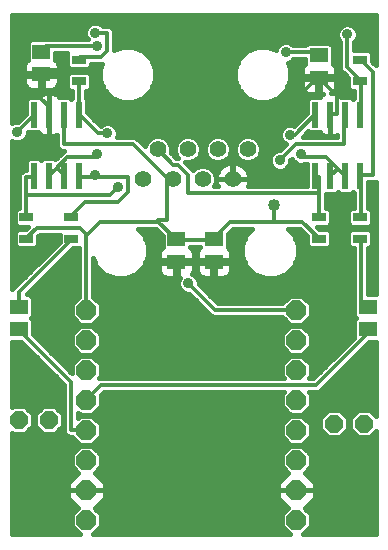
<source format=gtl>
G75*
%MOIN*%
%OFA0B0*%
%FSLAX24Y24*%
%IPPOS*%
%LPD*%
%AMOC8*
5,1,8,0,0,1.08239X$1,22.5*
%
%ADD10C,0.0554*%
%ADD11R,0.0236X0.0866*%
%ADD12R,0.0591X0.0512*%
%ADD13R,0.0472X0.0315*%
%ADD14OC8,0.0594*%
%ADD15OC8,0.0660*%
%ADD16C,0.0160*%
%ADD17C,0.0140*%
%ADD18C,0.0360*%
%ADD19C,0.0400*%
D10*
X004816Y013000D03*
X005816Y013000D03*
X006816Y013000D03*
X007816Y013000D03*
X008316Y014000D03*
X007316Y014000D03*
X006316Y014000D03*
X005316Y014000D03*
D11*
X002691Y013101D03*
X002191Y013101D03*
X001691Y013101D03*
X001191Y013101D03*
X001191Y015149D03*
X001691Y015149D03*
X002191Y015149D03*
X002691Y015149D03*
X010566Y015149D03*
X011066Y015149D03*
X011566Y015149D03*
X012066Y015149D03*
X012066Y013101D03*
X011566Y013101D03*
X011066Y013101D03*
X010566Y013101D03*
D12*
X007191Y010999D03*
X005941Y010999D03*
X005941Y010251D03*
X007191Y010251D03*
X012316Y008749D03*
X012316Y008001D03*
X000691Y008001D03*
X000691Y008749D03*
X010691Y016376D03*
X010691Y017124D03*
X001441Y017249D03*
X001441Y016501D03*
D13*
X002691Y016271D03*
X002691Y016979D03*
X012066Y016979D03*
X012066Y016271D03*
X012066Y011729D03*
X010691Y011729D03*
X010691Y011021D03*
X012066Y011021D03*
X002441Y011021D03*
X002441Y011729D03*
X000941Y011729D03*
X000941Y011021D03*
D14*
X000691Y004975D03*
X001691Y004975D03*
X011191Y004850D03*
X012191Y004850D03*
D15*
X009941Y004625D03*
X009941Y003625D03*
X009941Y002625D03*
X009941Y001625D03*
X002941Y001625D03*
X002941Y002625D03*
X002941Y003625D03*
X002941Y004625D03*
X002941Y005625D03*
X002941Y006625D03*
X002941Y007625D03*
X002941Y008625D03*
X009941Y008625D03*
X009941Y007625D03*
X009941Y006625D03*
X009941Y005625D03*
D16*
X000471Y004549D02*
X000471Y001155D01*
X002718Y001155D01*
X002451Y001422D01*
X002451Y001828D01*
X002663Y002040D01*
X002331Y002372D01*
X002331Y002625D01*
X002941Y002625D01*
X003551Y002625D01*
X003551Y002878D01*
X003219Y003210D01*
X003431Y003422D01*
X003431Y003828D01*
X003144Y004115D01*
X002738Y004115D01*
X002451Y003828D01*
X002451Y003422D01*
X002663Y003210D01*
X002331Y002878D01*
X002331Y002625D01*
X002941Y002625D01*
X002941Y002625D01*
X003551Y002625D01*
X003551Y002372D01*
X003219Y002040D01*
X003431Y001828D01*
X003431Y001422D01*
X003164Y001155D01*
X009718Y001155D01*
X009451Y001422D01*
X009451Y001828D01*
X009663Y002040D01*
X009331Y002372D01*
X009331Y002625D01*
X009941Y002625D01*
X010551Y002625D01*
X010551Y002878D01*
X010219Y003210D01*
X010431Y003422D01*
X010431Y003828D01*
X010144Y004115D01*
X009738Y004115D01*
X009451Y003828D01*
X009451Y003422D01*
X009663Y003210D01*
X009331Y002878D01*
X009331Y002625D01*
X009941Y002625D01*
X009941Y002625D01*
X010551Y002625D01*
X010551Y002372D01*
X010219Y002040D01*
X010431Y001828D01*
X010431Y001422D01*
X010164Y001155D01*
X012597Y001155D01*
X012597Y004610D01*
X012380Y004393D01*
X012002Y004393D01*
X011734Y004661D01*
X011734Y005039D01*
X012002Y005307D01*
X012380Y005307D01*
X012597Y005090D01*
X012597Y007585D01*
X012376Y007585D01*
X010821Y006030D01*
X010686Y005895D01*
X010364Y005895D01*
X010431Y005828D01*
X010431Y005422D01*
X010144Y005135D01*
X009738Y005135D01*
X009451Y005422D01*
X009451Y005828D01*
X009518Y005895D01*
X003536Y005895D01*
X003431Y005790D01*
X003431Y005422D01*
X003144Y005135D01*
X002738Y005135D01*
X002671Y005202D01*
X002671Y005048D01*
X002738Y005115D01*
X003144Y005115D01*
X003431Y004828D01*
X003431Y004422D01*
X003144Y004135D01*
X002738Y004135D01*
X002478Y004395D01*
X002346Y004395D01*
X002211Y004530D01*
X002211Y006130D01*
X000755Y007585D01*
X000471Y007585D01*
X000471Y005401D01*
X000502Y005432D01*
X000880Y005432D01*
X001148Y005164D01*
X001148Y004786D01*
X000880Y004518D01*
X000502Y004518D01*
X000471Y004549D01*
X000471Y004521D02*
X000499Y004521D01*
X000471Y004362D02*
X002511Y004362D01*
X002669Y004204D02*
X000471Y004204D01*
X000471Y004045D02*
X002668Y004045D01*
X002509Y003887D02*
X000471Y003887D01*
X000471Y003728D02*
X002451Y003728D01*
X002451Y003570D02*
X000471Y003570D01*
X000471Y003411D02*
X002462Y003411D01*
X002620Y003253D02*
X000471Y003253D01*
X000471Y003094D02*
X002547Y003094D01*
X002389Y002936D02*
X000471Y002936D01*
X000471Y002777D02*
X002331Y002777D01*
X002331Y002619D02*
X000471Y002619D01*
X000471Y002460D02*
X002331Y002460D01*
X002402Y002302D02*
X000471Y002302D01*
X000471Y002143D02*
X002560Y002143D01*
X002607Y001985D02*
X000471Y001985D01*
X000471Y001826D02*
X002451Y001826D01*
X002451Y001668D02*
X000471Y001668D01*
X000471Y001509D02*
X002451Y001509D01*
X002522Y001351D02*
X000471Y001351D01*
X000471Y001192D02*
X002681Y001192D01*
X003201Y001192D02*
X009681Y001192D01*
X009522Y001351D02*
X003359Y001351D01*
X003431Y001509D02*
X009451Y001509D01*
X009451Y001668D02*
X003431Y001668D01*
X003431Y001826D02*
X009451Y001826D01*
X009607Y001985D02*
X003274Y001985D01*
X003321Y002143D02*
X009560Y002143D01*
X009402Y002302D02*
X003480Y002302D01*
X003551Y002460D02*
X009331Y002460D01*
X009331Y002619D02*
X003551Y002619D01*
X003551Y002777D02*
X009331Y002777D01*
X009389Y002936D02*
X003493Y002936D01*
X003334Y003094D02*
X009547Y003094D01*
X009620Y003253D02*
X003261Y003253D01*
X003420Y003411D02*
X009462Y003411D01*
X009451Y003570D02*
X003431Y003570D01*
X003431Y003728D02*
X009451Y003728D01*
X009509Y003887D02*
X003372Y003887D01*
X003214Y004045D02*
X009668Y004045D01*
X009738Y004135D02*
X010144Y004135D01*
X010431Y004422D01*
X010431Y004828D01*
X010144Y005115D01*
X009738Y005115D01*
X009451Y004828D01*
X009451Y004422D01*
X009738Y004135D01*
X009669Y004204D02*
X003212Y004204D01*
X003371Y004362D02*
X009511Y004362D01*
X009451Y004521D02*
X003431Y004521D01*
X003431Y004679D02*
X009451Y004679D01*
X009460Y004838D02*
X003421Y004838D01*
X003263Y004996D02*
X009619Y004996D01*
X009718Y005155D02*
X003163Y005155D01*
X003322Y005313D02*
X009560Y005313D01*
X009451Y005472D02*
X003431Y005472D01*
X003431Y005630D02*
X009451Y005630D01*
X009451Y005789D02*
X003431Y005789D01*
X003364Y006355D02*
X003431Y006422D01*
X003431Y006828D01*
X003144Y007115D01*
X002738Y007115D01*
X002451Y006828D01*
X002451Y006540D01*
X001146Y007845D01*
X001146Y008323D01*
X001094Y008375D01*
X001146Y008427D01*
X001146Y009071D01*
X001052Y009165D01*
X000956Y009165D01*
X002494Y010703D01*
X002711Y010703D01*
X002711Y009088D01*
X002451Y008828D01*
X002451Y008422D01*
X002738Y008135D01*
X003144Y008135D01*
X003431Y008422D01*
X003431Y008828D01*
X003171Y009088D01*
X003171Y010356D01*
X003277Y010098D01*
X003539Y009837D01*
X003881Y009695D01*
X004251Y009695D01*
X004593Y009837D01*
X004854Y010098D01*
X004996Y010440D01*
X004996Y010810D01*
X004854Y011152D01*
X004661Y011345D01*
X005246Y011345D01*
X005486Y011105D01*
X005486Y010737D01*
X005467Y010724D01*
X005428Y010685D01*
X005397Y010640D01*
X005376Y010589D01*
X005366Y010534D01*
X005366Y010299D01*
X005893Y010299D01*
X005893Y010203D01*
X005989Y010203D01*
X005989Y010299D01*
X006516Y010299D01*
X006516Y010534D01*
X006505Y010589D01*
X006484Y010640D01*
X006454Y010685D01*
X006415Y010724D01*
X006396Y010737D01*
X006396Y010745D01*
X006736Y010745D01*
X006736Y010737D01*
X006717Y010724D01*
X006678Y010685D01*
X006647Y010640D01*
X006626Y010589D01*
X006616Y010534D01*
X006616Y010299D01*
X007143Y010299D01*
X007143Y010203D01*
X007239Y010203D01*
X007239Y010299D01*
X007766Y010299D01*
X007766Y010534D01*
X007755Y010589D01*
X007734Y010640D01*
X007704Y010685D01*
X007665Y010724D01*
X007646Y010737D01*
X007646Y011155D01*
X007836Y011345D01*
X008471Y011345D01*
X008277Y011152D01*
X008136Y010810D01*
X008136Y010440D01*
X008277Y010098D01*
X008539Y009837D01*
X008881Y009695D01*
X009251Y009695D01*
X009593Y009837D01*
X009854Y010098D01*
X009996Y010440D01*
X009996Y010810D01*
X009854Y011152D01*
X009661Y011345D01*
X010046Y011345D01*
X010295Y011096D01*
X010295Y010797D01*
X010388Y010703D01*
X010993Y010703D01*
X011087Y010797D01*
X011087Y011244D01*
X010993Y011338D01*
X010703Y011338D01*
X010629Y011412D01*
X010993Y011412D01*
X011087Y011506D01*
X011087Y011953D01*
X010993Y012047D01*
X010921Y012047D01*
X010921Y012508D01*
X011250Y012508D01*
X011316Y012574D01*
X011381Y012508D01*
X011750Y012508D01*
X011816Y012574D01*
X011861Y012529D01*
X011861Y012047D01*
X011763Y012047D01*
X011670Y011953D01*
X011670Y011506D01*
X011763Y011412D01*
X012368Y011412D01*
X012462Y011506D01*
X012462Y011953D01*
X012368Y012047D01*
X012321Y012047D01*
X012321Y012579D01*
X012344Y012602D01*
X012344Y012895D01*
X012586Y012895D01*
X012597Y012906D01*
X012597Y009165D01*
X012321Y009165D01*
X012321Y010703D01*
X012368Y010703D01*
X012462Y010797D01*
X012462Y011244D01*
X012368Y011338D01*
X011763Y011338D01*
X011670Y011244D01*
X011670Y010797D01*
X011763Y010703D01*
X011861Y010703D01*
X011861Y009071D01*
X011861Y009071D01*
X011861Y008427D01*
X011912Y008375D01*
X011861Y008323D01*
X011861Y007720D01*
X010496Y006355D01*
X010364Y006355D01*
X010431Y006422D01*
X010431Y006828D01*
X010144Y007115D01*
X009738Y007115D01*
X009451Y006828D01*
X009451Y006422D01*
X009518Y006355D01*
X003364Y006355D01*
X003431Y006423D02*
X009451Y006423D01*
X009451Y006581D02*
X003431Y006581D01*
X003431Y006740D02*
X009451Y006740D01*
X009521Y006898D02*
X003361Y006898D01*
X003202Y007057D02*
X009679Y007057D01*
X009738Y007135D02*
X010144Y007135D01*
X010431Y007422D01*
X010431Y007828D01*
X010144Y008115D01*
X009738Y008115D01*
X009451Y007828D01*
X009451Y007422D01*
X009738Y007135D01*
X009658Y007215D02*
X003224Y007215D01*
X003144Y007135D02*
X003431Y007422D01*
X003431Y007828D01*
X003144Y008115D01*
X002738Y008115D01*
X002451Y007828D01*
X002451Y007422D01*
X002738Y007135D01*
X003144Y007135D01*
X003382Y007374D02*
X009499Y007374D01*
X009451Y007532D02*
X003431Y007532D01*
X003431Y007691D02*
X009451Y007691D01*
X009472Y007849D02*
X003410Y007849D01*
X003251Y008008D02*
X009630Y008008D01*
X009738Y008135D02*
X010144Y008135D01*
X010431Y008422D01*
X010431Y008828D01*
X010144Y009115D01*
X009738Y009115D01*
X009478Y008855D01*
X007336Y008855D01*
X006681Y009510D01*
X006681Y009593D01*
X006629Y009718D01*
X006533Y009813D01*
X006469Y009840D01*
X006484Y009862D01*
X006505Y009913D01*
X006516Y009968D01*
X006516Y010203D01*
X005989Y010203D01*
X005989Y009715D01*
X006052Y009715D01*
X006001Y009593D01*
X006001Y009457D01*
X006053Y009332D01*
X006148Y009237D01*
X006273Y009185D01*
X006356Y009185D01*
X007011Y008530D01*
X007146Y008395D01*
X009478Y008395D01*
X009738Y008135D01*
X009707Y008166D02*
X003175Y008166D01*
X003333Y008325D02*
X009548Y008325D01*
X010175Y008166D02*
X011861Y008166D01*
X011861Y008008D02*
X010251Y008008D01*
X010410Y007849D02*
X011861Y007849D01*
X011831Y007691D02*
X010431Y007691D01*
X010431Y007532D02*
X011673Y007532D01*
X011514Y007374D02*
X010382Y007374D01*
X010224Y007215D02*
X011356Y007215D01*
X011197Y007057D02*
X010202Y007057D01*
X010361Y006898D02*
X011039Y006898D01*
X010880Y006740D02*
X010431Y006740D01*
X010431Y006581D02*
X010722Y006581D01*
X010563Y006423D02*
X010431Y006423D01*
X010897Y006106D02*
X012597Y006106D01*
X012597Y006264D02*
X011055Y006264D01*
X011214Y006423D02*
X012597Y006423D01*
X012597Y006581D02*
X011372Y006581D01*
X011531Y006740D02*
X012597Y006740D01*
X012597Y006898D02*
X011689Y006898D01*
X011848Y007057D02*
X012597Y007057D01*
X012597Y007215D02*
X012006Y007215D01*
X012165Y007374D02*
X012597Y007374D01*
X012597Y007532D02*
X012323Y007532D01*
X011862Y008325D02*
X010333Y008325D01*
X010431Y008483D02*
X011861Y008483D01*
X011861Y008642D02*
X010431Y008642D01*
X010431Y008800D02*
X011861Y008800D01*
X011861Y008959D02*
X010300Y008959D01*
X009581Y008959D02*
X007233Y008959D01*
X007074Y009117D02*
X011861Y009117D01*
X011861Y009276D02*
X006916Y009276D01*
X006757Y009434D02*
X011861Y009434D01*
X011861Y009593D02*
X006681Y009593D01*
X006763Y009747D02*
X006814Y009726D01*
X006868Y009715D01*
X007143Y009715D01*
X007143Y010203D01*
X006616Y010203D01*
X006616Y009968D01*
X006626Y009913D01*
X006647Y009862D01*
X006678Y009817D01*
X006717Y009778D01*
X006763Y009747D01*
X006757Y009751D02*
X006596Y009751D01*
X006628Y009910D02*
X006504Y009910D01*
X006516Y010068D02*
X006616Y010068D01*
X007143Y010227D02*
X005989Y010227D01*
X005893Y010227D02*
X004907Y010227D01*
X004973Y010385D02*
X005366Y010385D01*
X005367Y010544D02*
X004996Y010544D01*
X004996Y010702D02*
X005445Y010702D01*
X005486Y010861D02*
X004975Y010861D01*
X004909Y011019D02*
X005486Y011019D01*
X005413Y011178D02*
X004828Y011178D01*
X004670Y011336D02*
X005255Y011336D01*
X006437Y010702D02*
X006695Y010702D01*
X006617Y010544D02*
X006514Y010544D01*
X006516Y010385D02*
X006616Y010385D01*
X005893Y010203D02*
X005893Y009715D01*
X005618Y009715D01*
X005564Y009726D01*
X005513Y009747D01*
X005467Y009778D01*
X005428Y009817D01*
X005397Y009862D01*
X005376Y009913D01*
X005366Y009968D01*
X005366Y010203D01*
X005893Y010203D01*
X005893Y010068D02*
X005989Y010068D01*
X005989Y009910D02*
X005893Y009910D01*
X005893Y009751D02*
X005989Y009751D01*
X006001Y009593D02*
X003171Y009593D01*
X003171Y009751D02*
X003746Y009751D01*
X003466Y009910D02*
X003171Y009910D01*
X003171Y010068D02*
X003308Y010068D01*
X003224Y010227D02*
X003171Y010227D01*
X002711Y010227D02*
X002018Y010227D01*
X002176Y010385D02*
X002711Y010385D01*
X002711Y010544D02*
X002335Y010544D01*
X002493Y010702D02*
X002711Y010702D01*
X002045Y010904D02*
X002045Y011145D01*
X001386Y011145D01*
X001337Y011096D01*
X001337Y010797D01*
X001243Y010703D01*
X000638Y010703D01*
X000545Y010797D01*
X000545Y011244D01*
X000638Y011338D01*
X000929Y011338D01*
X001002Y011412D01*
X000638Y011412D01*
X000545Y011506D01*
X000545Y011953D01*
X000638Y012047D01*
X000711Y012047D01*
X000711Y013170D01*
X000846Y013305D01*
X000913Y013305D01*
X000913Y013601D01*
X001006Y013694D01*
X001375Y013694D01*
X001441Y013629D01*
X001506Y013694D01*
X001875Y013694D01*
X001905Y013665D01*
X002186Y013945D01*
X002096Y013945D01*
X001961Y014080D01*
X001961Y014480D01*
X001942Y014467D01*
X001891Y014446D01*
X001836Y014436D01*
X001691Y014436D01*
X001691Y015149D01*
X001691Y015149D01*
X001691Y015862D01*
X001836Y015862D01*
X001891Y015851D01*
X001942Y015830D01*
X001987Y015799D01*
X002026Y015760D01*
X002039Y015742D01*
X002375Y015742D01*
X002441Y015676D01*
X002461Y015696D01*
X002461Y015953D01*
X002388Y015953D01*
X002295Y016047D01*
X002295Y016494D01*
X002388Y016588D01*
X002993Y016588D01*
X003087Y016494D01*
X003087Y016047D01*
X002993Y015953D01*
X002921Y015953D01*
X002921Y015696D01*
X002969Y015648D01*
X002969Y015222D01*
X003413Y014778D01*
X003448Y014813D01*
X003573Y014865D01*
X003708Y014865D01*
X003833Y014813D01*
X003929Y014718D01*
X003981Y014593D01*
X003981Y014457D01*
X003959Y014405D01*
X004586Y014405D01*
X004886Y014105D01*
X004945Y014248D01*
X005068Y014371D01*
X005229Y014437D01*
X005403Y014437D01*
X005563Y014371D01*
X005686Y014248D01*
X005753Y014087D01*
X005753Y013913D01*
X005746Y013895D01*
X005936Y013705D01*
X005993Y013705D01*
X005945Y013752D01*
X005879Y013913D01*
X005879Y014087D01*
X005945Y014248D01*
X006068Y014371D01*
X006229Y014437D01*
X006403Y014437D01*
X006563Y014371D01*
X006686Y014248D01*
X006753Y014087D01*
X006753Y013913D01*
X006686Y013752D01*
X006563Y013629D01*
X006403Y013563D01*
X006229Y013563D01*
X006228Y013563D01*
X006436Y013355D01*
X006494Y013297D01*
X006568Y013371D01*
X006729Y013437D01*
X006903Y013437D01*
X007063Y013371D01*
X007186Y013248D01*
X007253Y013087D01*
X007253Y012913D01*
X007187Y012755D01*
X007315Y012755D01*
X007299Y012786D01*
X007272Y012870D01*
X007259Y012956D01*
X007259Y012991D01*
X007807Y012991D01*
X007807Y013009D01*
X007807Y013557D01*
X007772Y013557D01*
X007685Y013543D01*
X007602Y013516D01*
X007524Y013477D01*
X007453Y013425D01*
X007391Y013363D01*
X007339Y013292D01*
X007299Y013214D01*
X007272Y013130D01*
X007259Y013044D01*
X007259Y013009D01*
X007807Y013009D01*
X007824Y013009D01*
X007824Y013557D01*
X007860Y013557D01*
X007946Y013543D01*
X008030Y013516D01*
X008108Y013477D01*
X008179Y013425D01*
X008241Y013363D01*
X008292Y013292D01*
X008332Y013214D01*
X008359Y013130D01*
X008373Y013044D01*
X008373Y013009D01*
X007824Y013009D01*
X007824Y012991D01*
X008373Y012991D01*
X008373Y012956D01*
X008359Y012870D01*
X008332Y012786D01*
X008316Y012755D01*
X010288Y012755D01*
X010288Y013495D01*
X010183Y013495D01*
X010158Y013485D01*
X010023Y013485D01*
X009898Y013537D01*
X009803Y013632D01*
X009779Y013688D01*
X009731Y013640D01*
X009731Y013557D01*
X009679Y013432D01*
X009583Y013337D01*
X009458Y013285D01*
X009323Y013285D01*
X009198Y013337D01*
X009103Y013432D01*
X009051Y013557D01*
X009051Y013693D01*
X009103Y013818D01*
X009198Y013913D01*
X009323Y013965D01*
X009406Y013965D01*
X009604Y014164D01*
X009548Y014187D01*
X009453Y014282D01*
X009401Y014407D01*
X009401Y014543D01*
X009453Y014668D01*
X009548Y014763D01*
X009673Y014815D01*
X009808Y014815D01*
X009877Y014787D01*
X010288Y015197D01*
X010288Y015648D01*
X010381Y015742D01*
X010718Y015742D01*
X010730Y015760D01*
X010769Y015799D01*
X010815Y015830D01*
X010840Y015840D01*
X010739Y015840D01*
X010739Y016328D01*
X010739Y016424D01*
X011266Y016424D01*
X011266Y016659D01*
X011255Y016714D01*
X011234Y016765D01*
X011204Y016810D01*
X011165Y016849D01*
X011146Y016862D01*
X011146Y017446D01*
X011052Y017540D01*
X010329Y017540D01*
X010244Y017455D01*
X009842Y017455D01*
X009783Y017513D01*
X009658Y017565D01*
X009523Y017565D01*
X009398Y017513D01*
X009303Y017418D01*
X009259Y017312D01*
X008999Y017420D01*
X008633Y017420D01*
X008295Y017280D01*
X008036Y017021D01*
X007896Y016683D01*
X007896Y016317D01*
X008036Y015979D01*
X008295Y015720D01*
X008633Y015580D01*
X008999Y015580D01*
X009337Y015720D01*
X009596Y015979D01*
X009736Y016317D01*
X009736Y016683D01*
X009652Y016885D01*
X009658Y016885D01*
X009783Y016937D01*
X009842Y016995D01*
X010236Y016995D01*
X010236Y016862D01*
X010217Y016849D01*
X010178Y016810D01*
X010147Y016765D01*
X010126Y016714D01*
X010116Y016659D01*
X010116Y016424D01*
X010643Y016424D01*
X010643Y016328D01*
X010739Y016328D01*
X011266Y016328D01*
X011266Y016093D01*
X011255Y016038D01*
X011234Y015987D01*
X011204Y015942D01*
X011165Y015903D01*
X011119Y015872D01*
X011094Y015862D01*
X011211Y015862D01*
X011266Y015851D01*
X011317Y015830D01*
X011362Y015799D01*
X011401Y015760D01*
X011414Y015742D01*
X011750Y015742D01*
X011816Y015676D01*
X011861Y015721D01*
X011861Y015953D01*
X011763Y015953D01*
X011670Y016047D01*
X011670Y016371D01*
X011546Y016495D01*
X011411Y016630D01*
X011411Y017574D01*
X011353Y017632D01*
X011301Y017757D01*
X011301Y017893D01*
X011353Y018018D01*
X011448Y018113D01*
X011573Y018165D01*
X011708Y018165D01*
X011833Y018113D01*
X011929Y018018D01*
X011981Y017893D01*
X011981Y017757D01*
X011929Y017632D01*
X011871Y017574D01*
X011871Y017297D01*
X012368Y017297D01*
X012462Y017203D01*
X012462Y016929D01*
X012586Y016805D01*
X012597Y016794D01*
X012597Y018456D01*
X000471Y018456D01*
X000471Y014873D01*
X000573Y014915D01*
X000656Y014915D01*
X000913Y015172D01*
X000913Y015648D01*
X001006Y015742D01*
X001343Y015742D01*
X001355Y015760D01*
X001394Y015799D01*
X001440Y015830D01*
X001491Y015851D01*
X001545Y015862D01*
X001691Y015862D01*
X001691Y015149D01*
X001691Y015149D01*
X001691Y014436D01*
X001545Y014436D01*
X001491Y014446D01*
X001440Y014467D01*
X001394Y014498D01*
X001355Y014537D01*
X001343Y014556D01*
X001006Y014556D01*
X000981Y014581D01*
X000981Y014507D01*
X000929Y014382D01*
X000833Y014287D01*
X000708Y014235D01*
X000573Y014235D01*
X000471Y014277D01*
X000471Y009330D01*
X000596Y009455D01*
X002045Y010904D01*
X002001Y010861D02*
X001337Y010861D01*
X001337Y011019D02*
X002045Y011019D01*
X001843Y010702D02*
X000471Y010702D01*
X000471Y010544D02*
X001684Y010544D01*
X001526Y010385D02*
X000471Y010385D01*
X000471Y010227D02*
X001367Y010227D01*
X001209Y010068D02*
X000471Y010068D01*
X000471Y009910D02*
X001050Y009910D01*
X000892Y009751D02*
X000471Y009751D01*
X000471Y009593D02*
X000733Y009593D01*
X000575Y009434D02*
X000471Y009434D01*
X001067Y009276D02*
X002711Y009276D01*
X002711Y009434D02*
X001225Y009434D01*
X001384Y009593D02*
X002711Y009593D01*
X002711Y009751D02*
X001542Y009751D01*
X001701Y009910D02*
X002711Y009910D01*
X002711Y010068D02*
X001859Y010068D01*
X003171Y009434D02*
X006010Y009434D01*
X006109Y009276D02*
X003171Y009276D01*
X003171Y009117D02*
X006424Y009117D01*
X006582Y008959D02*
X003300Y008959D01*
X003431Y008800D02*
X006741Y008800D01*
X006899Y008642D02*
X003431Y008642D01*
X003431Y008483D02*
X007058Y008483D01*
X007239Y009715D02*
X007514Y009715D01*
X007568Y009726D01*
X007619Y009747D01*
X007665Y009778D01*
X007704Y009817D01*
X007734Y009862D01*
X007755Y009913D01*
X007766Y009968D01*
X007766Y010203D01*
X007239Y010203D01*
X007239Y009715D01*
X007239Y009751D02*
X007143Y009751D01*
X007143Y009910D02*
X007239Y009910D01*
X007239Y010068D02*
X007143Y010068D01*
X007239Y010227D02*
X008224Y010227D01*
X008159Y010385D02*
X007766Y010385D01*
X007764Y010544D02*
X008136Y010544D01*
X008136Y010702D02*
X007687Y010702D01*
X007646Y010861D02*
X008157Y010861D01*
X008222Y011019D02*
X007646Y011019D01*
X007669Y011178D02*
X008303Y011178D01*
X008462Y011336D02*
X007827Y011336D01*
X009670Y011336D02*
X010055Y011336D01*
X010213Y011178D02*
X009828Y011178D01*
X009909Y011019D02*
X010295Y011019D01*
X010295Y010861D02*
X009975Y010861D01*
X009996Y010702D02*
X011861Y010702D01*
X011861Y010544D02*
X009996Y010544D01*
X009973Y010385D02*
X011861Y010385D01*
X011861Y010227D02*
X009907Y010227D01*
X009824Y010068D02*
X011861Y010068D01*
X011861Y009910D02*
X009666Y009910D01*
X009386Y009751D02*
X011861Y009751D01*
X012321Y009751D02*
X012597Y009751D01*
X012597Y009593D02*
X012321Y009593D01*
X012321Y009434D02*
X012597Y009434D01*
X012597Y009276D02*
X012321Y009276D01*
X012321Y009910D02*
X012597Y009910D01*
X012597Y010068D02*
X012321Y010068D01*
X012321Y010227D02*
X012597Y010227D01*
X012597Y010385D02*
X012321Y010385D01*
X012321Y010544D02*
X012597Y010544D01*
X012597Y010702D02*
X012321Y010702D01*
X012462Y010861D02*
X012597Y010861D01*
X012597Y011019D02*
X012462Y011019D01*
X012462Y011178D02*
X012597Y011178D01*
X012597Y011336D02*
X012370Y011336D01*
X012451Y011495D02*
X012597Y011495D01*
X012597Y011653D02*
X012462Y011653D01*
X012462Y011812D02*
X012597Y011812D01*
X012597Y011970D02*
X012445Y011970D01*
X012321Y012129D02*
X012597Y012129D01*
X012597Y012287D02*
X012321Y012287D01*
X012321Y012446D02*
X012597Y012446D01*
X012597Y012604D02*
X012344Y012604D01*
X012344Y012763D02*
X012597Y012763D01*
X011861Y012446D02*
X010921Y012446D01*
X010921Y012287D02*
X011861Y012287D01*
X011861Y012129D02*
X010921Y012129D01*
X011070Y011970D02*
X011686Y011970D01*
X011670Y011812D02*
X011087Y011812D01*
X011087Y011653D02*
X011670Y011653D01*
X011681Y011495D02*
X011076Y011495D01*
X010995Y011336D02*
X011761Y011336D01*
X011670Y011178D02*
X011087Y011178D01*
X011087Y011019D02*
X011670Y011019D01*
X011670Y010861D02*
X011087Y010861D01*
X008746Y009751D02*
X007625Y009751D01*
X007754Y009910D02*
X008466Y009910D01*
X008308Y010068D02*
X007766Y010068D01*
X005507Y009751D02*
X004386Y009751D01*
X004666Y009910D02*
X005378Y009910D01*
X005366Y010068D02*
X004824Y010068D01*
X002711Y009117D02*
X001100Y009117D01*
X001146Y008959D02*
X002581Y008959D01*
X002451Y008800D02*
X001146Y008800D01*
X001146Y008642D02*
X002451Y008642D01*
X002451Y008483D02*
X001146Y008483D01*
X001145Y008325D02*
X002548Y008325D01*
X002707Y008166D02*
X001146Y008166D01*
X001146Y008008D02*
X002630Y008008D01*
X002472Y007849D02*
X001146Y007849D01*
X001301Y007691D02*
X002451Y007691D01*
X002451Y007532D02*
X001459Y007532D01*
X001618Y007374D02*
X002499Y007374D01*
X002658Y007215D02*
X001776Y007215D01*
X001935Y007057D02*
X002679Y007057D01*
X002521Y006898D02*
X002093Y006898D01*
X002252Y006740D02*
X002451Y006740D01*
X002451Y006581D02*
X002410Y006581D01*
X001918Y006423D02*
X000471Y006423D01*
X000471Y006581D02*
X001760Y006581D01*
X001601Y006740D02*
X000471Y006740D01*
X000471Y006898D02*
X001443Y006898D01*
X001284Y007057D02*
X000471Y007057D01*
X000471Y007215D02*
X001126Y007215D01*
X000967Y007374D02*
X000471Y007374D01*
X000471Y007532D02*
X000809Y007532D01*
X000471Y006264D02*
X002077Y006264D01*
X002211Y006106D02*
X000471Y006106D01*
X000471Y005947D02*
X002211Y005947D01*
X002211Y005789D02*
X000471Y005789D01*
X000471Y005630D02*
X002211Y005630D01*
X002211Y005472D02*
X000471Y005472D01*
X000999Y005313D02*
X001383Y005313D01*
X001502Y005432D02*
X001234Y005164D01*
X001234Y004786D01*
X001502Y004518D01*
X001880Y004518D01*
X002148Y004786D01*
X002148Y005164D01*
X001880Y005432D01*
X001502Y005432D01*
X001234Y005155D02*
X001148Y005155D01*
X001148Y004996D02*
X001234Y004996D01*
X001234Y004838D02*
X001148Y004838D01*
X001041Y004679D02*
X001341Y004679D01*
X001499Y004521D02*
X000882Y004521D01*
X001882Y004521D02*
X002220Y004521D01*
X002211Y004679D02*
X002041Y004679D01*
X002148Y004838D02*
X002211Y004838D01*
X002211Y004996D02*
X002148Y004996D01*
X002148Y005155D02*
X002211Y005155D01*
X002211Y005313D02*
X001999Y005313D01*
X002671Y005155D02*
X002718Y005155D01*
X002941Y002625D02*
X002941Y002625D01*
X009941Y002625D02*
X009941Y002625D01*
X010551Y002619D02*
X012597Y002619D01*
X012597Y002777D02*
X010551Y002777D01*
X010493Y002936D02*
X012597Y002936D01*
X012597Y003094D02*
X010334Y003094D01*
X010261Y003253D02*
X012597Y003253D01*
X012597Y003411D02*
X010420Y003411D01*
X010431Y003570D02*
X012597Y003570D01*
X012597Y003728D02*
X010431Y003728D01*
X010372Y003887D02*
X012597Y003887D01*
X012597Y004045D02*
X010214Y004045D01*
X010212Y004204D02*
X012597Y004204D01*
X012597Y004362D02*
X010371Y004362D01*
X010431Y004521D02*
X010874Y004521D01*
X011002Y004393D02*
X011380Y004393D01*
X011648Y004661D01*
X011648Y005039D01*
X011380Y005307D01*
X011002Y005307D01*
X010734Y005039D01*
X010734Y004661D01*
X011002Y004393D01*
X010734Y004679D02*
X010431Y004679D01*
X010421Y004838D02*
X010734Y004838D01*
X010734Y004996D02*
X010263Y004996D01*
X010163Y005155D02*
X010849Y005155D01*
X010431Y005472D02*
X012597Y005472D01*
X012597Y005630D02*
X010431Y005630D01*
X010431Y005789D02*
X012597Y005789D01*
X012597Y005947D02*
X010738Y005947D01*
X010322Y005313D02*
X012597Y005313D01*
X012597Y005155D02*
X012532Y005155D01*
X011849Y005155D02*
X011532Y005155D01*
X011648Y004996D02*
X011734Y004996D01*
X011734Y004838D02*
X011648Y004838D01*
X011648Y004679D02*
X011734Y004679D01*
X011874Y004521D02*
X011507Y004521D01*
X012507Y004521D02*
X012597Y004521D01*
X012597Y002460D02*
X010551Y002460D01*
X010480Y002302D02*
X012597Y002302D01*
X012597Y002143D02*
X010321Y002143D01*
X010274Y001985D02*
X012597Y001985D01*
X012597Y001826D02*
X010431Y001826D01*
X010431Y001668D02*
X012597Y001668D01*
X012597Y001509D02*
X010431Y001509D01*
X010359Y001351D02*
X012597Y001351D01*
X012597Y001192D02*
X010201Y001192D01*
X000545Y010861D02*
X000471Y010861D01*
X000471Y011019D02*
X000545Y011019D01*
X000545Y011178D02*
X000471Y011178D01*
X000471Y011336D02*
X000636Y011336D01*
X000556Y011495D02*
X000471Y011495D01*
X000471Y011653D02*
X000545Y011653D01*
X000545Y011812D02*
X000471Y011812D01*
X000471Y011970D02*
X000561Y011970D01*
X000471Y012129D02*
X000711Y012129D01*
X000711Y012287D02*
X000471Y012287D01*
X000471Y012446D02*
X000711Y012446D01*
X000711Y012604D02*
X000471Y012604D01*
X000471Y012763D02*
X000711Y012763D01*
X000711Y012921D02*
X000471Y012921D01*
X000471Y013080D02*
X000711Y013080D01*
X000779Y013238D02*
X000471Y013238D01*
X000471Y013397D02*
X000913Y013397D01*
X000913Y013555D02*
X000471Y013555D01*
X000471Y013714D02*
X001954Y013714D01*
X002113Y013872D02*
X000471Y013872D01*
X000471Y014031D02*
X002010Y014031D01*
X001961Y014189D02*
X000471Y014189D01*
X000894Y014348D02*
X001961Y014348D01*
X001691Y014506D02*
X001691Y014506D01*
X001691Y014665D02*
X001691Y014665D01*
X001691Y014823D02*
X001691Y014823D01*
X001691Y014982D02*
X001691Y014982D01*
X001691Y015140D02*
X001691Y015140D01*
X001691Y015299D02*
X001691Y015299D01*
X001691Y015457D02*
X001691Y015457D01*
X001691Y015616D02*
X001691Y015616D01*
X001691Y015774D02*
X001691Y015774D01*
X001764Y015965D02*
X001818Y015976D01*
X001869Y015997D01*
X001915Y016028D01*
X001954Y016067D01*
X001984Y016112D01*
X002005Y016163D01*
X002016Y016218D01*
X002016Y016453D01*
X001489Y016453D01*
X001489Y016549D01*
X002016Y016549D01*
X002016Y016784D01*
X002005Y016839D01*
X001984Y016890D01*
X001954Y016935D01*
X001915Y016974D01*
X001896Y016987D01*
X001896Y017195D01*
X002295Y017195D01*
X002295Y016756D01*
X002388Y016662D01*
X002993Y016662D01*
X003087Y016756D01*
X003087Y016845D01*
X003463Y016845D01*
X003396Y016683D01*
X003396Y016317D01*
X003536Y015979D01*
X003795Y015720D01*
X004133Y015580D01*
X004499Y015580D01*
X004837Y015720D01*
X005096Y015979D01*
X005236Y016317D01*
X005236Y016683D01*
X005096Y017021D01*
X004837Y017280D01*
X004499Y017420D01*
X004133Y017420D01*
X003871Y017311D01*
X003871Y017970D01*
X003736Y018105D01*
X003492Y018105D01*
X003433Y018163D01*
X003308Y018215D01*
X003173Y018215D01*
X003048Y018163D01*
X002953Y018068D01*
X002901Y017943D01*
X002901Y017807D01*
X002953Y017682D01*
X002980Y017655D01*
X001812Y017655D01*
X001802Y017665D01*
X001079Y017665D01*
X000986Y017571D01*
X000986Y016987D01*
X000967Y016974D01*
X000928Y016935D01*
X000897Y016890D01*
X000876Y016839D01*
X000866Y016784D01*
X000866Y016549D01*
X001393Y016549D01*
X001393Y016453D01*
X001489Y016453D01*
X001489Y015965D01*
X001764Y015965D01*
X001970Y016091D02*
X002295Y016091D01*
X002295Y016250D02*
X002016Y016250D01*
X002016Y016408D02*
X002295Y016408D01*
X002367Y016567D02*
X002016Y016567D01*
X002016Y016725D02*
X002325Y016725D01*
X002295Y016884D02*
X001987Y016884D01*
X001896Y017042D02*
X002295Y017042D01*
X003056Y016725D02*
X003413Y016725D01*
X003396Y016567D02*
X003015Y016567D01*
X003087Y016408D02*
X003396Y016408D01*
X003424Y016250D02*
X003087Y016250D01*
X003087Y016091D02*
X003489Y016091D01*
X003582Y015933D02*
X002921Y015933D01*
X002921Y015774D02*
X003741Y015774D01*
X004047Y015616D02*
X002969Y015616D01*
X002969Y015457D02*
X010288Y015457D01*
X010288Y015299D02*
X002969Y015299D01*
X003051Y015140D02*
X010231Y015140D01*
X010072Y014982D02*
X003210Y014982D01*
X003368Y014823D02*
X003472Y014823D01*
X003810Y014823D02*
X009914Y014823D01*
X010247Y014506D02*
X010761Y014506D01*
X010769Y014498D02*
X010815Y014467D01*
X010866Y014446D01*
X010920Y014436D01*
X011066Y014436D01*
X011211Y014436D01*
X011266Y014446D01*
X011311Y014465D01*
X011311Y014405D01*
X010146Y014405D01*
X010339Y014598D01*
X010381Y014556D01*
X010718Y014556D01*
X010730Y014537D01*
X010769Y014498D01*
X011066Y014506D02*
X011066Y014506D01*
X011066Y014436D02*
X011066Y015149D01*
X011066Y015149D01*
X011066Y014436D01*
X011066Y014665D02*
X011066Y014665D01*
X011066Y014823D02*
X011066Y014823D01*
X011066Y014982D02*
X011066Y014982D01*
X011066Y015140D02*
X011066Y015140D01*
X011388Y015774D02*
X011861Y015774D01*
X011861Y015933D02*
X011194Y015933D01*
X011266Y016091D02*
X011670Y016091D01*
X011670Y016250D02*
X011266Y016250D01*
X011266Y016567D02*
X011474Y016567D01*
X011411Y016725D02*
X011251Y016725D01*
X011146Y016884D02*
X011411Y016884D01*
X011411Y017042D02*
X011146Y017042D01*
X011146Y017201D02*
X011411Y017201D01*
X011411Y017359D02*
X011146Y017359D01*
X011075Y017518D02*
X011411Y017518D01*
X011334Y017676D02*
X003871Y017676D01*
X003871Y017518D02*
X009409Y017518D01*
X009278Y017359D02*
X009146Y017359D01*
X008486Y017359D02*
X004646Y017359D01*
X004916Y017201D02*
X008215Y017201D01*
X008057Y017042D02*
X005075Y017042D01*
X005153Y016884D02*
X007979Y016884D01*
X007913Y016725D02*
X005218Y016725D01*
X005236Y016567D02*
X007896Y016567D01*
X007896Y016408D02*
X005236Y016408D01*
X005208Y016250D02*
X007924Y016250D01*
X007989Y016091D02*
X005142Y016091D01*
X005049Y015933D02*
X008082Y015933D01*
X008241Y015774D02*
X004891Y015774D01*
X004585Y015616D02*
X008547Y015616D01*
X009085Y015616D02*
X010288Y015616D01*
X010314Y015851D02*
X010263Y015872D01*
X010217Y015903D01*
X010178Y015942D01*
X010147Y015987D01*
X010126Y016038D01*
X010116Y016093D01*
X010116Y016328D01*
X010643Y016328D01*
X010643Y015840D01*
X010368Y015840D01*
X010314Y015851D01*
X010187Y015933D02*
X009549Y015933D01*
X009642Y016091D02*
X010116Y016091D01*
X010116Y016250D02*
X009708Y016250D01*
X009736Y016408D02*
X010643Y016408D01*
X010739Y016408D02*
X011632Y016408D01*
X010739Y016250D02*
X010643Y016250D01*
X010643Y016091D02*
X010739Y016091D01*
X010739Y015933D02*
X010643Y015933D01*
X010744Y015774D02*
X009391Y015774D01*
X009736Y016567D02*
X010116Y016567D01*
X010131Y016725D02*
X009718Y016725D01*
X009653Y016884D02*
X010236Y016884D01*
X010307Y017518D02*
X009773Y017518D01*
X011301Y017835D02*
X003871Y017835D01*
X003848Y017993D02*
X011342Y017993D01*
X011541Y018152D02*
X003445Y018152D01*
X003036Y018152D02*
X000471Y018152D01*
X000471Y018310D02*
X012597Y018310D01*
X012597Y018152D02*
X011741Y018152D01*
X011939Y017993D02*
X012597Y017993D01*
X012597Y017835D02*
X011981Y017835D01*
X011947Y017676D02*
X012597Y017676D01*
X012597Y017518D02*
X011871Y017518D01*
X011871Y017359D02*
X012597Y017359D01*
X012597Y017201D02*
X012462Y017201D01*
X012462Y017042D02*
X012597Y017042D01*
X012597Y016884D02*
X012508Y016884D01*
X009451Y014665D02*
X003951Y014665D01*
X003981Y014506D02*
X009401Y014506D01*
X009426Y014348D02*
X008587Y014348D01*
X008563Y014371D02*
X008403Y014437D01*
X008229Y014437D01*
X008068Y014371D01*
X007945Y014248D01*
X007879Y014087D01*
X007879Y013913D01*
X007945Y013752D01*
X008068Y013629D01*
X008229Y013563D01*
X008403Y013563D01*
X008563Y013629D01*
X008686Y013752D01*
X008753Y013913D01*
X008753Y014087D01*
X008686Y014248D01*
X008563Y014371D01*
X008711Y014189D02*
X009546Y014189D01*
X009471Y014031D02*
X008753Y014031D01*
X008736Y013872D02*
X009157Y013872D01*
X009059Y013714D02*
X008648Y013714D01*
X009052Y013555D02*
X007873Y013555D01*
X007824Y013555D02*
X007807Y013555D01*
X007758Y013555D02*
X006236Y013555D01*
X006395Y013397D02*
X006631Y013397D01*
X006648Y013714D02*
X006984Y013714D01*
X006945Y013752D02*
X007068Y013629D01*
X007229Y013563D01*
X007403Y013563D01*
X007563Y013629D01*
X007686Y013752D01*
X007753Y013913D01*
X007753Y014087D01*
X007686Y014248D01*
X007563Y014371D01*
X007403Y014437D01*
X007229Y014437D01*
X007068Y014371D01*
X006945Y014248D01*
X006879Y014087D01*
X006879Y013913D01*
X006945Y013752D01*
X006896Y013872D02*
X006736Y013872D01*
X006753Y014031D02*
X006879Y014031D01*
X006921Y014189D02*
X006711Y014189D01*
X006587Y014348D02*
X007045Y014348D01*
X007587Y014348D02*
X008045Y014348D01*
X007921Y014189D02*
X007711Y014189D01*
X007753Y014031D02*
X007879Y014031D01*
X007896Y013872D02*
X007736Y013872D01*
X007648Y013714D02*
X007984Y013714D01*
X007824Y013397D02*
X007807Y013397D01*
X007807Y013238D02*
X007824Y013238D01*
X007807Y013080D02*
X007824Y013080D01*
X008320Y013238D02*
X010288Y013238D01*
X010288Y013080D02*
X008367Y013080D01*
X008367Y012921D02*
X010288Y012921D01*
X010288Y012763D02*
X008320Y012763D01*
X007311Y012763D02*
X007191Y012763D01*
X007253Y012921D02*
X007264Y012921D01*
X007253Y013080D02*
X007264Y013080D01*
X007312Y013238D02*
X007190Y013238D01*
X007001Y013397D02*
X007424Y013397D01*
X008207Y013397D02*
X009138Y013397D01*
X009643Y013397D02*
X010288Y013397D01*
X009880Y013555D02*
X009730Y013555D01*
X005984Y013714D02*
X005928Y013714D01*
X005896Y013872D02*
X005769Y013872D01*
X005753Y014031D02*
X005879Y014031D01*
X005921Y014189D02*
X005711Y014189D01*
X005587Y014348D02*
X006045Y014348D01*
X005045Y014348D02*
X004644Y014348D01*
X004802Y014189D02*
X004921Y014189D01*
X002461Y015774D02*
X002013Y015774D01*
X002461Y015933D02*
X000471Y015933D01*
X000471Y016091D02*
X000912Y016091D01*
X000897Y016112D02*
X000928Y016067D01*
X000967Y016028D01*
X001013Y015997D01*
X001064Y015976D01*
X001118Y015965D01*
X001393Y015965D01*
X001393Y016453D01*
X000866Y016453D01*
X000866Y016218D01*
X000876Y016163D01*
X000897Y016112D01*
X000866Y016250D02*
X000471Y016250D01*
X000471Y016408D02*
X000866Y016408D01*
X000866Y016567D02*
X000471Y016567D01*
X000471Y016725D02*
X000866Y016725D01*
X000895Y016884D02*
X000471Y016884D01*
X000471Y017042D02*
X000986Y017042D01*
X000986Y017201D02*
X000471Y017201D01*
X000471Y017359D02*
X000986Y017359D01*
X000986Y017518D02*
X000471Y017518D01*
X000471Y017676D02*
X002959Y017676D01*
X002901Y017835D02*
X000471Y017835D01*
X000471Y017993D02*
X002922Y017993D01*
X003871Y017359D02*
X003986Y017359D01*
X001489Y016408D02*
X001393Y016408D01*
X001393Y016250D02*
X001489Y016250D01*
X001489Y016091D02*
X001393Y016091D01*
X001369Y015774D02*
X000471Y015774D01*
X000471Y015616D02*
X000913Y015616D01*
X000913Y015457D02*
X000471Y015457D01*
X000471Y015299D02*
X000913Y015299D01*
X000881Y015140D02*
X000471Y015140D01*
X000471Y014982D02*
X000722Y014982D01*
X000980Y014506D02*
X001386Y014506D01*
D17*
X001191Y015125D02*
X000641Y014575D01*
X001191Y015125D02*
X001191Y015149D01*
X001691Y015149D02*
X001691Y015425D01*
X001441Y015675D01*
X001441Y016501D01*
X001491Y016525D01*
X001591Y016625D01*
X002991Y016625D01*
X003441Y016175D01*
X003441Y014875D01*
X007091Y014875D01*
X007516Y014450D01*
X007541Y014475D01*
X008741Y014475D01*
X010641Y016375D01*
X010691Y016376D01*
X010691Y016375D01*
X011291Y015775D01*
X011291Y015175D01*
X011091Y015175D01*
X011066Y015149D01*
X011541Y015125D02*
X011566Y015149D01*
X011541Y015125D02*
X011541Y014175D01*
X009941Y014175D01*
X009391Y013625D01*
X010091Y013825D02*
X010191Y013725D01*
X010941Y013725D01*
X011316Y013350D01*
X011091Y013125D01*
X011066Y013101D01*
X011316Y013350D02*
X011541Y013125D01*
X011566Y013101D01*
X012066Y013101D02*
X012091Y013125D01*
X012491Y013125D01*
X012491Y016575D01*
X012091Y016975D01*
X012066Y016979D01*
X011641Y016725D02*
X011641Y017825D01*
X010691Y017125D02*
X010591Y017225D01*
X009591Y017225D01*
X010691Y017125D02*
X010691Y017124D01*
X011641Y016725D02*
X012041Y016325D01*
X012066Y016271D01*
X012091Y016225D01*
X012091Y015175D01*
X012066Y015149D01*
X010566Y015149D02*
X010541Y015125D01*
X009891Y014475D01*
X009741Y014475D01*
X007841Y014125D02*
X007841Y013025D01*
X007816Y013000D01*
X006341Y013125D02*
X006341Y012525D01*
X010691Y012525D01*
X010691Y011729D01*
X010141Y011575D02*
X009391Y011575D01*
X009191Y011575D01*
X009191Y012125D01*
X009191Y011575D02*
X007741Y011575D01*
X007191Y011025D01*
X007191Y010999D01*
X007141Y010975D01*
X005941Y010975D01*
X005941Y010999D01*
X005891Y011025D01*
X005341Y011575D01*
X005341Y011625D01*
X005641Y011625D01*
X005641Y012975D01*
X005816Y013000D01*
X005791Y013025D01*
X005641Y013025D01*
X004491Y014175D01*
X002191Y014175D01*
X002191Y015149D01*
X002691Y015149D02*
X002741Y015125D01*
X003341Y014525D01*
X003641Y014525D01*
X002691Y015149D02*
X002691Y016271D01*
X002691Y016979D02*
X002691Y017025D01*
X002741Y017075D01*
X003441Y017075D01*
X003641Y017275D01*
X003641Y017875D01*
X003241Y017875D01*
X003291Y017425D02*
X001591Y017425D01*
X001441Y017275D01*
X001441Y017249D01*
X005316Y014000D02*
X005841Y013475D01*
X005991Y013475D01*
X006341Y013125D01*
X007516Y014450D02*
X007841Y014125D01*
X010566Y013101D02*
X010591Y013075D01*
X010691Y013075D01*
X010691Y012525D01*
X012066Y013101D02*
X012091Y013075D01*
X012091Y011775D01*
X012066Y011729D01*
X012066Y011021D02*
X012091Y010975D01*
X012091Y008775D01*
X012441Y008775D01*
X012316Y008749D01*
X012316Y008001D02*
X012441Y007975D01*
X010591Y006125D01*
X003441Y006125D01*
X002941Y005625D01*
X002441Y006225D02*
X002441Y004625D01*
X002941Y004625D01*
X002441Y006225D02*
X000691Y007975D01*
X000691Y008001D01*
X000691Y008749D02*
X000691Y009225D01*
X002441Y010975D01*
X002441Y011021D01*
X002741Y011375D02*
X002941Y011175D01*
X002991Y011175D01*
X003391Y011575D01*
X005341Y011575D01*
X004341Y012575D02*
X003991Y012225D01*
X002891Y012225D01*
X002441Y011775D01*
X002441Y011729D01*
X002741Y011375D02*
X001291Y011375D01*
X000941Y011025D01*
X000941Y011021D01*
X000941Y011729D02*
X000941Y012475D01*
X003741Y012475D01*
X003991Y012725D01*
X004341Y012575D02*
X004341Y013075D01*
X003241Y013075D01*
X003241Y013125D01*
X003241Y013075D02*
X002691Y013075D01*
X002691Y013101D01*
X002191Y013125D02*
X002191Y013101D01*
X002191Y013125D02*
X001991Y013325D01*
X001941Y013325D01*
X001916Y013350D01*
X002291Y013725D01*
X003191Y013725D01*
X003291Y013825D01*
X001916Y013350D02*
X001691Y013125D01*
X001691Y013101D01*
X001191Y013075D02*
X001191Y013101D01*
X001191Y013075D02*
X000941Y013075D01*
X000941Y012475D01*
X002941Y011175D02*
X002941Y008625D01*
X005941Y010251D02*
X005941Y010275D01*
X007191Y010275D01*
X007191Y010251D01*
X007241Y010225D01*
X007241Y009525D01*
X007441Y009525D01*
X007241Y008625D02*
X006341Y009525D01*
X007241Y008625D02*
X009941Y008625D01*
X010691Y011021D02*
X010691Y011025D01*
X010141Y011575D01*
X009941Y002625D02*
X002941Y002625D01*
D18*
X006341Y009525D03*
X007441Y009525D03*
X003991Y012725D03*
X003241Y013125D03*
X003291Y013825D03*
X003641Y014525D03*
X000641Y014575D03*
X003291Y017425D03*
X003241Y017875D03*
X009591Y017225D03*
X011641Y017825D03*
X009741Y014475D03*
X010091Y013825D03*
X009391Y013625D03*
D19*
X009191Y012125D03*
M02*

</source>
